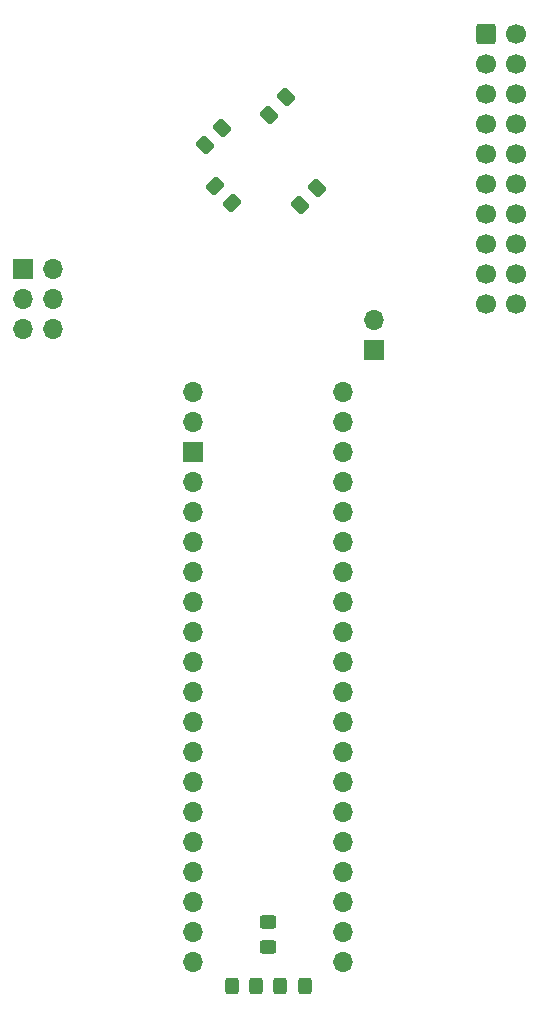
<source format=gbr>
G04 #@! TF.GenerationSoftware,KiCad,Pcbnew,6.0.9+dfsg-1*
G04 #@! TF.CreationDate,2022-12-29T08:22:08+02:00*
G04 #@! TF.ProjectId,ATF1502AS-EVB,41544631-3530-4324-9153-2d4556422e6b,rev?*
G04 #@! TF.SameCoordinates,PX75d6040PY9a0c090*
G04 #@! TF.FileFunction,Soldermask,Bot*
G04 #@! TF.FilePolarity,Negative*
%FSLAX46Y46*%
G04 Gerber Fmt 4.6, Leading zero omitted, Abs format (unit mm)*
G04 Created by KiCad (PCBNEW 6.0.9+dfsg-1) date 2022-12-29 08:22:08*
%MOMM*%
%LPD*%
G01*
G04 APERTURE LIST*
G04 Aperture macros list*
%AMRoundRect*
0 Rectangle with rounded corners*
0 $1 Rounding radius*
0 $2 $3 $4 $5 $6 $7 $8 $9 X,Y pos of 4 corners*
0 Add a 4 corners polygon primitive as box body*
4,1,4,$2,$3,$4,$5,$6,$7,$8,$9,$2,$3,0*
0 Add four circle primitives for the rounded corners*
1,1,$1+$1,$2,$3*
1,1,$1+$1,$4,$5*
1,1,$1+$1,$6,$7*
1,1,$1+$1,$8,$9*
0 Add four rect primitives between the rounded corners*
20,1,$1+$1,$2,$3,$4,$5,0*
20,1,$1+$1,$4,$5,$6,$7,0*
20,1,$1+$1,$6,$7,$8,$9,0*
20,1,$1+$1,$8,$9,$2,$3,0*%
G04 Aperture macros list end*
%ADD10R,1.700000X1.700000*%
%ADD11O,1.700000X1.700000*%
%ADD12RoundRect,0.250000X-0.600000X-0.600000X0.600000X-0.600000X0.600000X0.600000X-0.600000X0.600000X0*%
%ADD13C,1.700000*%
%ADD14RoundRect,0.250000X0.548008X0.088388X0.088388X0.548008X-0.548008X-0.088388X-0.088388X-0.548008X0*%
%ADD15RoundRect,0.250000X-0.088388X0.548008X-0.548008X0.088388X0.088388X-0.548008X0.548008X-0.088388X0*%
%ADD16RoundRect,0.250000X0.088388X-0.548008X0.548008X-0.088388X-0.088388X0.548008X-0.548008X0.088388X0*%
%ADD17RoundRect,0.250000X0.450000X-0.325000X0.450000X0.325000X-0.450000X0.325000X-0.450000X-0.325000X0*%
%ADD18RoundRect,0.250000X-0.325000X-0.450000X0.325000X-0.450000X0.325000X0.450000X-0.325000X0.450000X0*%
%ADD19RoundRect,0.250000X0.325000X0.450000X-0.325000X0.450000X-0.325000X-0.450000X0.325000X-0.450000X0*%
G04 APERTURE END LIST*
D10*
X12020000Y70220000D03*
D11*
X14560000Y70220000D03*
X12020000Y67680000D03*
X14560000Y67680000D03*
X12020000Y65140000D03*
X14560000Y65140000D03*
D12*
X51227500Y90040000D03*
D13*
X53767500Y90040000D03*
X51227500Y87500000D03*
X53767500Y87500000D03*
X51227500Y84960000D03*
X53767500Y84960000D03*
X51227500Y82420000D03*
X53767500Y82420000D03*
X51227500Y79880000D03*
X53767500Y79880000D03*
X51227500Y77340000D03*
X53767500Y77340000D03*
X51227500Y74800000D03*
X53767500Y74800000D03*
X51227500Y72260000D03*
X53767500Y72260000D03*
X51227500Y69720000D03*
X53767500Y69720000D03*
X51227500Y67180000D03*
X53767500Y67180000D03*
D10*
X41790000Y63335000D03*
D11*
X41790000Y65875000D03*
D14*
X29740000Y75800000D03*
X28290432Y77249568D03*
D15*
X36894784Y77084784D03*
X35445216Y75635216D03*
D11*
X39140000Y59790000D03*
X39140000Y57250000D03*
X39140000Y54710000D03*
X39140000Y52170000D03*
X39140000Y49630000D03*
X39140000Y47090000D03*
X39140000Y44550000D03*
X39140000Y42010000D03*
X39140000Y39470000D03*
X39140000Y36930000D03*
X39140000Y34390000D03*
X39140000Y31850000D03*
X39140000Y29310000D03*
X39140000Y26770000D03*
X39140000Y24230000D03*
X39140000Y21690000D03*
X39140000Y19150000D03*
X39140000Y16610000D03*
X39140000Y14070000D03*
X39140000Y11530000D03*
D16*
X27425216Y80685216D03*
X28874784Y82134784D03*
D11*
X26440000Y11530000D03*
X26440000Y14070000D03*
X26440000Y16610000D03*
X26440000Y19150000D03*
X26440000Y21690000D03*
X26440000Y24230000D03*
X26440000Y26770000D03*
X26440000Y29310000D03*
X26440000Y31850000D03*
X26440000Y34390000D03*
X26440000Y36930000D03*
X26440000Y39470000D03*
X26440000Y42010000D03*
X26440000Y44550000D03*
X26440000Y47090000D03*
X26440000Y49630000D03*
X26440000Y52170000D03*
D10*
X26440000Y54710000D03*
D11*
X26440000Y57250000D03*
X26440000Y59790000D03*
D15*
X34324784Y84714784D03*
X32875216Y83265216D03*
D17*
X32790000Y12815000D03*
X32790000Y14865000D03*
D18*
X33815000Y9440000D03*
X35865000Y9440000D03*
D19*
X31775000Y9440000D03*
X29725000Y9440000D03*
M02*

</source>
